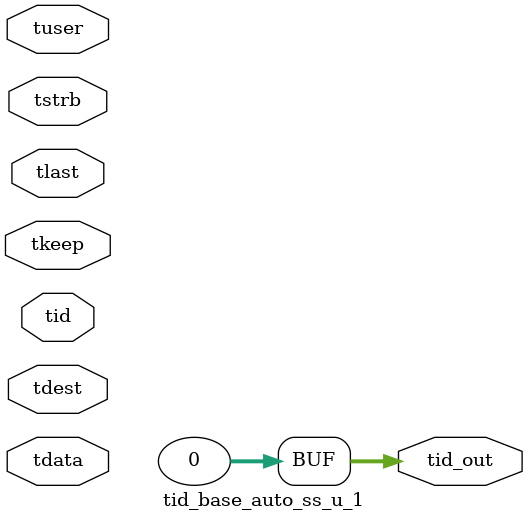
<source format=v>


`timescale 1ps/1ps

module tid_base_auto_ss_u_1 #
(
parameter C_S_AXIS_TID_WIDTH   = 1,
parameter C_S_AXIS_TUSER_WIDTH = 0,
parameter C_S_AXIS_TDATA_WIDTH = 0,
parameter C_S_AXIS_TDEST_WIDTH = 0,
parameter C_M_AXIS_TID_WIDTH   = 32
)
(
input  [(C_S_AXIS_TID_WIDTH   == 0 ? 1 : C_S_AXIS_TID_WIDTH)-1:0       ] tid,
input  [(C_S_AXIS_TDATA_WIDTH == 0 ? 1 : C_S_AXIS_TDATA_WIDTH)-1:0     ] tdata,
input  [(C_S_AXIS_TUSER_WIDTH == 0 ? 1 : C_S_AXIS_TUSER_WIDTH)-1:0     ] tuser,
input  [(C_S_AXIS_TDEST_WIDTH == 0 ? 1 : C_S_AXIS_TDEST_WIDTH)-1:0     ] tdest,
input  [(C_S_AXIS_TDATA_WIDTH/8)-1:0 ] tkeep,
input  [(C_S_AXIS_TDATA_WIDTH/8)-1:0 ] tstrb,
input                                                                    tlast,
output [(C_M_AXIS_TID_WIDTH   == 0 ? 1 : C_M_AXIS_TID_WIDTH)-1:0       ] tid_out
);

assign tid_out = {1'b0};

endmodule


</source>
